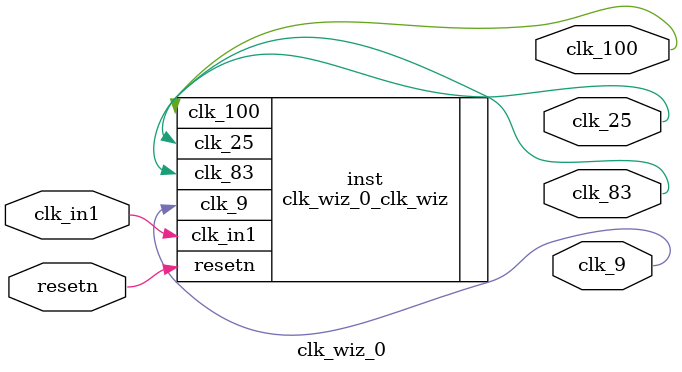
<source format=v>


`timescale 1ps/1ps

(* CORE_GENERATION_INFO = "clk_wiz_0,clk_wiz_v5_4_3_0,{component_name=clk_wiz_0,use_phase_alignment=true,use_min_o_jitter=false,use_max_i_jitter=false,use_dyn_phase_shift=false,use_inclk_switchover=false,use_dyn_reconfig=false,enable_axi=0,feedback_source=FDBK_AUTO,PRIMITIVE=MMCM,num_out_clk=4,clkin1_period=10.000,clkin2_period=10.000,use_power_down=false,use_reset=true,use_locked=false,use_inclk_stopped=false,feedback_type=SINGLE,CLOCK_MGR_TYPE=NA,manual_override=false}" *)

module clk_wiz_0 
 (
  // Clock out ports
  output        clk_100,
  output        clk_83,
  output        clk_25,
  output        clk_9,
  // Status and control signals
  input         resetn,
 // Clock in ports
  input         clk_in1
 );

  clk_wiz_0_clk_wiz inst
  (
  // Clock out ports  
  .clk_100(clk_100),
  .clk_83(clk_83),
  .clk_25(clk_25),
  .clk_9(clk_9),
  // Status and control signals               
  .resetn(resetn), 
 // Clock in ports
  .clk_in1(clk_in1)
  );

endmodule

</source>
